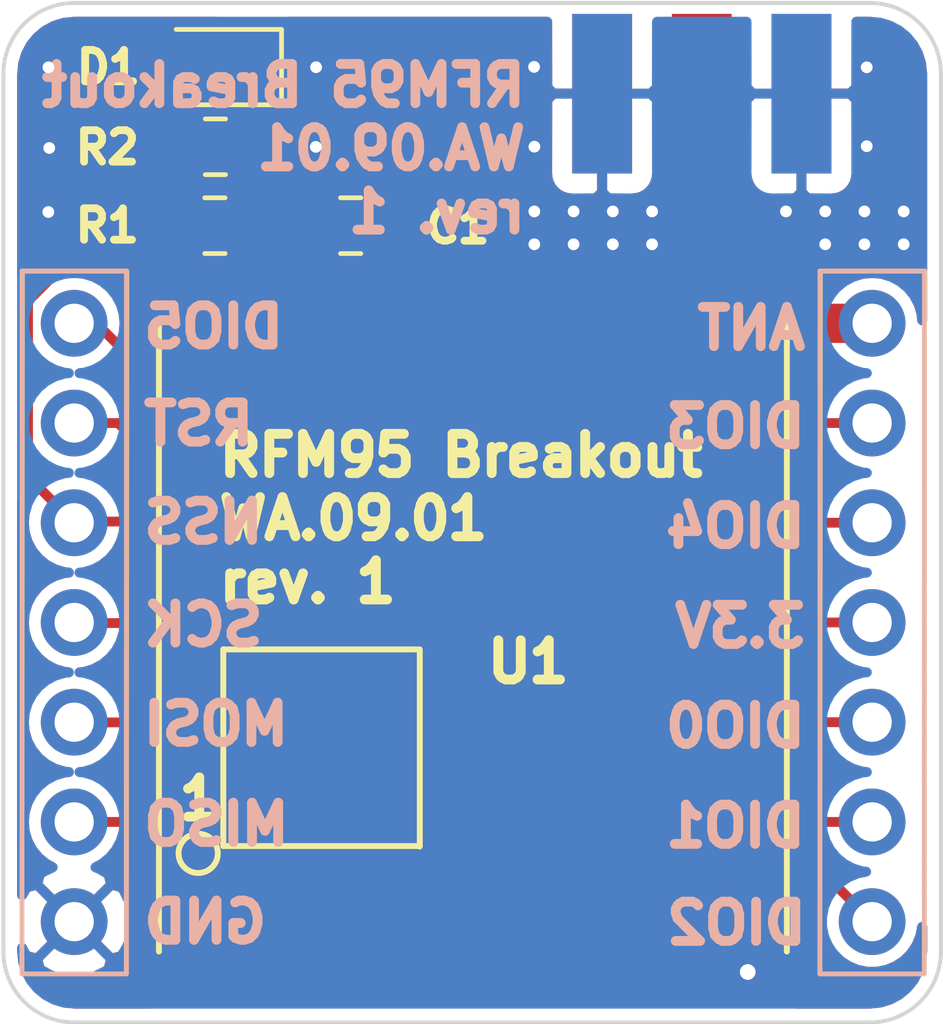
<source format=kicad_pcb>
(kicad_pcb (version 20171130) (host pcbnew "(5.1.4)-1")

  (general
    (thickness 1.6)
    (drawings 29)
    (tracks 95)
    (zones 0)
    (modules 10)
    (nets 16)
  )

  (page A4)
  (layers
    (0 F.Cu signal)
    (31 B.Cu signal)
    (32 B.Adhes user)
    (33 F.Adhes user)
    (34 B.Paste user)
    (35 F.Paste user)
    (36 B.SilkS user)
    (37 F.SilkS user)
    (38 B.Mask user)
    (39 F.Mask user)
    (40 Dwgs.User user)
    (41 Cmts.User user)
    (42 Eco1.User user)
    (43 Eco2.User user)
    (44 Edge.Cuts user)
    (45 Margin user)
    (46 B.CrtYd user)
    (47 F.CrtYd user)
    (48 B.Fab user)
    (49 F.Fab user)
  )

  (setup
    (last_trace_width 0.25)
    (user_trace_width 0.6)
    (user_trace_width 1)
    (trace_clearance 0.2)
    (zone_clearance 0.3)
    (zone_45_only no)
    (trace_min 0.2)
    (via_size 0.8)
    (via_drill 0.4)
    (via_min_size 0.4)
    (via_min_drill 0.3)
    (uvia_size 0.3)
    (uvia_drill 0.1)
    (uvias_allowed no)
    (uvia_min_size 0.2)
    (uvia_min_drill 0.1)
    (edge_width 0.1)
    (segment_width 0.1)
    (pcb_text_width 0.25)
    (pcb_text_size 1 1)
    (mod_edge_width 0.15)
    (mod_text_size 1 1)
    (mod_text_width 0.25)
    (pad_size 1.7 1.7)
    (pad_drill 1)
    (pad_to_mask_clearance 0.2)
    (solder_mask_min_width 0.25)
    (aux_axis_origin 0 0)
    (visible_elements 7FFFFFFF)
    (pcbplotparams
      (layerselection 0x010fc_ffffffff)
      (usegerberextensions true)
      (usegerberattributes false)
      (usegerberadvancedattributes false)
      (creategerberjobfile false)
      (excludeedgelayer true)
      (linewidth 0.100000)
      (plotframeref false)
      (viasonmask false)
      (mode 1)
      (useauxorigin false)
      (hpglpennumber 1)
      (hpglpenspeed 20)
      (hpglpendiameter 15.000000)
      (psnegative false)
      (psa4output false)
      (plotreference true)
      (plotvalue true)
      (plotinvisibletext false)
      (padsonsilk false)
      (subtractmaskfromsilk false)
      (outputformat 1)
      (mirror false)
      (drillshape 0)
      (scaleselection 1)
      (outputdirectory "gerber/"))
  )

  (net 0 "")
  (net 1 GND)
  (net 2 +3V3)
  (net 3 /MISO)
  (net 4 /MOSI)
  (net 5 /SCK)
  (net 6 /NSS)
  (net 7 /RST)
  (net 8 /DIO5)
  (net 9 /ANT)
  (net 10 /DIO3)
  (net 11 /DIO4)
  (net 12 /DIO0)
  (net 13 /DIO1)
  (net 14 /DIO2)
  (net 15 "Net-(D1-Pad2)")

  (net_class Default "This is the default net class."
    (clearance 0.2)
    (trace_width 0.25)
    (via_dia 0.8)
    (via_drill 0.4)
    (uvia_dia 0.3)
    (uvia_drill 0.1)
    (add_net +3V3)
    (add_net /ANT)
    (add_net /DIO0)
    (add_net /DIO1)
    (add_net /DIO2)
    (add_net /DIO3)
    (add_net /DIO4)
    (add_net /DIO5)
    (add_net /MISO)
    (add_net /MOSI)
    (add_net /NSS)
    (add_net /RST)
    (add_net /SCK)
    (add_net GND)
    (add_net "Net-(D1-Pad2)")
  )

  (module lib_fp:RFM95W (layer F.Cu) (tedit 55FF1E5D) (tstamp 5BCEC612)
    (at 128.1303 92.2782 90)
    (path /5DB34249)
    (attr smd)
    (fp_text reference U1 (at -0.6223 1.4097 180) (layer F.SilkS)
      (effects (font (size 1 1) (thickness 0.25)))
    )
    (fp_text value RFM95W (at 0 -9 90) (layer F.Fab)
      (effects (font (size 1 1) (thickness 0.25)))
    )
    (fp_line (start -8 -8) (end 8 -8) (layer F.SilkS) (width 0.15))
    (fp_line (start -8 8) (end 8 8) (layer F.SilkS) (width 0.15))
    (fp_circle (center -5.5 -7) (end -5.5 -6.5) (layer F.SilkS) (width 0.15))
    (pad 16 smd rect (at 8 -7 90) (size 2.5 1.2) (layers F.Cu F.Paste F.Mask)
      (net 14 /DIO2))
    (pad 15 smd rect (at 8 -5 90) (size 2.5 1.2) (layers F.Cu F.Paste F.Mask)
      (net 13 /DIO1))
    (pad 14 smd rect (at 8 -3 90) (size 2.5 1.2) (layers F.Cu F.Paste F.Mask)
      (net 12 /DIO0))
    (pad 13 smd rect (at 8 -1 90) (size 2.5 1.2) (layers F.Cu F.Paste F.Mask)
      (net 2 +3V3))
    (pad 12 smd rect (at 8 1 90) (size 2.5 1.2) (layers F.Cu F.Paste F.Mask)
      (net 11 /DIO4))
    (pad 11 smd rect (at 8 3 90) (size 2.5 1.2) (layers F.Cu F.Paste F.Mask)
      (net 10 /DIO3))
    (pad 10 smd rect (at 8 5 90) (size 2.5 1.2) (layers F.Cu F.Paste F.Mask)
      (net 1 GND))
    (pad 9 smd rect (at 8 7 90) (size 2.5 1.2) (layers F.Cu F.Paste F.Mask)
      (net 9 /ANT))
    (pad 8 smd rect (at -8 7 90) (size 2.5 1.2) (layers F.Cu F.Paste F.Mask)
      (net 1 GND))
    (pad 7 smd rect (at -8 5 90) (size 2.5 1.2) (layers F.Cu F.Paste F.Mask)
      (net 8 /DIO5))
    (pad 6 smd rect (at -8 3 90) (size 2.5 1.2) (layers F.Cu F.Paste F.Mask)
      (net 7 /RST))
    (pad 5 smd rect (at -8 1 90) (size 2.5 1.2) (layers F.Cu F.Paste F.Mask)
      (net 6 /NSS))
    (pad 4 smd rect (at -8 -1 90) (size 2.5 1.2) (layers F.Cu F.Paste F.Mask)
      (net 5 /SCK))
    (pad 3 smd rect (at -8 -3 90) (size 2.5 1.2) (layers F.Cu F.Paste F.Mask)
      (net 4 /MOSI))
    (pad 2 smd rect (at -8 -5 90) (size 2.5 1.2) (layers F.Cu F.Paste F.Mask)
      (net 3 /MISO))
    (pad 1 smd rect (at -8 -7 90) (size 2.5 1.2) (layers F.Cu F.Paste F.Mask)
      (net 1 GND))
    (model C:/Engineering/KiCAD_Libraries/3D/Modules/VRML/RFM95W.wrl
      (at (xyz 0 0 0))
      (scale (xyz 1 1 1))
      (rotate (xyz 0 0 0))
    )
    (model ${KIPRJMOD}/lib_3D/RFM9xW.step
      (offset (xyz 8 8 1))
      (scale (xyz 1 1 1))
      (rotate (xyz 0 0 180))
    )
  )

  (module lib_fp:Corner_45_20mm (layer F.Cu) (tedit 5BC2A809) (tstamp 5DB38791)
    (at 135.8773 80.2005 270)
    (path /5DB394E0)
    (fp_text reference FID2 (at 0.05 -0.92 90) (layer F.SilkS) hide
      (effects (font (size 1 1) (thickness 0.25)))
    )
    (fp_text value Angle_45 (at 0.0635 4.24688 90) (layer F.Fab)
      (effects (font (size 1 1) (thickness 0.25)))
    )
    (fp_arc (start 0 0) (end 0 2) (angle -45) (layer F.Cu) (width 1))
  )

  (module lib_fp:Corner_45_20mm (layer F.Cu) (tedit 5BC2A809) (tstamp 5DB3878C)
    (at 133.1468 83.1342 90)
    (path /5DB39002)
    (fp_text reference FID1 (at 0.05 -0.92 90) (layer F.SilkS) hide
      (effects (font (size 1 1) (thickness 0.25)))
    )
    (fp_text value Angle_45 (at 0.0635 4.24688 90) (layer F.Fab)
      (effects (font (size 1 1) (thickness 0.25)))
    )
    (fp_arc (start 0 0) (end 0 2) (angle -45) (layer F.Cu) (width 1))
  )

  (module Capacitor_SMD:C_0805_2012Metric (layer F.Cu) (tedit 5BC3373A) (tstamp 5BCEC584)
    (at 125.01626 81.79054 180)
    (descr "Capacitor SMD 0805 (2012 Metric), square (rectangular) end terminal, IPC_7351 nominal, (Body size source: https://docs.google.com/spreadsheets/d/1BsfQQcO9C6DZCsRaXUlFlo91Tg2WpOkGARC1WS5S8t0/edit?usp=sharing), generated with kicad-footprint-generator")
    (tags capacitor)
    (path /5BC27990)
    (attr smd)
    (fp_text reference C1 (at -2.72796 -0.02286 180) (layer F.SilkS)
      (effects (font (size 0.8 0.8) (thickness 0.2)))
    )
    (fp_text value 10uF (at 0 1.65 180) (layer F.Fab)
      (effects (font (size 1 1) (thickness 0.25)))
    )
    (fp_text user %R (at 0 0 180) (layer F.Fab)
      (effects (font (size 1 1) (thickness 0.25)))
    )
    (fp_line (start 1.68 0.95) (end -1.68 0.95) (layer F.CrtYd) (width 0.05))
    (fp_line (start 1.68 -0.95) (end 1.68 0.95) (layer F.CrtYd) (width 0.05))
    (fp_line (start -1.68 -0.95) (end 1.68 -0.95) (layer F.CrtYd) (width 0.05))
    (fp_line (start -1.68 0.95) (end -1.68 -0.95) (layer F.CrtYd) (width 0.05))
    (fp_line (start -0.258578 0.71) (end 0.258578 0.71) (layer F.SilkS) (width 0.12))
    (fp_line (start -0.258578 -0.71) (end 0.258578 -0.71) (layer F.SilkS) (width 0.12))
    (fp_line (start 1 0.6) (end -1 0.6) (layer F.Fab) (width 0.1))
    (fp_line (start 1 -0.6) (end 1 0.6) (layer F.Fab) (width 0.1))
    (fp_line (start -1 -0.6) (end 1 -0.6) (layer F.Fab) (width 0.1))
    (fp_line (start -1 0.6) (end -1 -0.6) (layer F.Fab) (width 0.1))
    (pad 2 smd roundrect (at 0.9375 0 180) (size 0.975 1.4) (layers F.Cu F.Paste F.Mask) (roundrect_rratio 0.25)
      (net 2 +3V3))
    (pad 1 smd roundrect (at -0.9375 0 180) (size 0.975 1.4) (layers F.Cu F.Paste F.Mask) (roundrect_rratio 0.25)
      (net 1 GND))
    (model ${KISYS3DMOD}/Capacitor_SMD.3dshapes/C_0805_2012Metric.wrl
      (at (xyz 0 0 0))
      (scale (xyz 1 1 1))
      (rotate (xyz 0 0 0))
    )
  )

  (module Resistor_SMD:R_0805_2012Metric (layer F.Cu) (tedit 5BC3375F) (tstamp 5C0B01AC)
    (at 121.55678 81.79054 180)
    (descr "Resistor SMD 0805 (2012 Metric), square (rectangular) end terminal, IPC_7351 nominal, (Body size source: https://docs.google.com/spreadsheets/d/1BsfQQcO9C6DZCsRaXUlFlo91Tg2WpOkGARC1WS5S8t0/edit?usp=sharing), generated with kicad-footprint-generator")
    (tags resistor)
    (path /5BC2924A)
    (attr smd)
    (fp_text reference R1 (at 2.7432 0.00254 180) (layer F.SilkS)
      (effects (font (size 0.8 0.8) (thickness 0.2)))
    )
    (fp_text value 10k (at 0 1.65 180) (layer F.Fab)
      (effects (font (size 1 1) (thickness 0.25)))
    )
    (fp_line (start -1 0.6) (end -1 -0.6) (layer F.Fab) (width 0.1))
    (fp_line (start -1 -0.6) (end 1 -0.6) (layer F.Fab) (width 0.1))
    (fp_line (start 1 -0.6) (end 1 0.6) (layer F.Fab) (width 0.1))
    (fp_line (start 1 0.6) (end -1 0.6) (layer F.Fab) (width 0.1))
    (fp_line (start -0.258578 -0.71) (end 0.258578 -0.71) (layer F.SilkS) (width 0.12))
    (fp_line (start -0.258578 0.71) (end 0.258578 0.71) (layer F.SilkS) (width 0.12))
    (fp_line (start -1.68 0.95) (end -1.68 -0.95) (layer F.CrtYd) (width 0.05))
    (fp_line (start -1.68 -0.95) (end 1.68 -0.95) (layer F.CrtYd) (width 0.05))
    (fp_line (start 1.68 -0.95) (end 1.68 0.95) (layer F.CrtYd) (width 0.05))
    (fp_line (start 1.68 0.95) (end -1.68 0.95) (layer F.CrtYd) (width 0.05))
    (fp_text user %R (at 0 0 180) (layer F.Fab)
      (effects (font (size 1 1) (thickness 0.25)))
    )
    (pad 1 smd roundrect (at -0.9375 0 180) (size 0.975 1.4) (layers F.Cu F.Paste F.Mask) (roundrect_rratio 0.25)
      (net 2 +3V3))
    (pad 2 smd roundrect (at 0.9375 0 180) (size 0.975 1.4) (layers F.Cu F.Paste F.Mask) (roundrect_rratio 0.25)
      (net 6 /NSS))
    (model ${KISYS3DMOD}/Resistor_SMD.3dshapes/R_0805_2012Metric.wrl
      (at (xyz 0 0 0))
      (scale (xyz 1 1 1))
      (rotate (xyz 0 0 0))
    )
  )

  (module LED_SMD:LED_0805_2012Metric (layer F.Cu) (tedit 5BC33745) (tstamp 5BDAC187)
    (at 121.56948 77.75194 180)
    (descr "LED SMD 0805 (2012 Metric), square (rectangular) end terminal, IPC_7351 nominal, (Body size source: https://docs.google.com/spreadsheets/d/1BsfQQcO9C6DZCsRaXUlFlo91Tg2WpOkGARC1WS5S8t0/edit?usp=sharing), generated with kicad-footprint-generator")
    (tags diode)
    (path /5BC3DBA4)
    (attr smd)
    (fp_text reference D1 (at 2.72796 -0.00254 180) (layer F.SilkS)
      (effects (font (size 0.8 0.8) (thickness 0.2)))
    )
    (fp_text value LED (at 0.03048 -0.03556 180) (layer F.Fab)
      (effects (font (size 0.8 0.8) (thickness 0.2)))
    )
    (fp_line (start 1 -0.6) (end -0.7 -0.6) (layer F.Fab) (width 0.1))
    (fp_line (start -0.7 -0.6) (end -1 -0.3) (layer F.Fab) (width 0.1))
    (fp_line (start -1 -0.3) (end -1 0.6) (layer F.Fab) (width 0.1))
    (fp_line (start -1 0.6) (end 1 0.6) (layer F.Fab) (width 0.1))
    (fp_line (start 1 0.6) (end 1 -0.6) (layer F.Fab) (width 0.1))
    (fp_line (start 1 -0.96) (end -1.685 -0.96) (layer F.SilkS) (width 0.12))
    (fp_line (start -1.685 -0.96) (end -1.685 0.96) (layer F.SilkS) (width 0.12))
    (fp_line (start -1.685 0.96) (end 1 0.96) (layer F.SilkS) (width 0.12))
    (fp_line (start -1.68 0.95) (end -1.68 -0.95) (layer F.CrtYd) (width 0.05))
    (fp_line (start -1.68 -0.95) (end 1.68 -0.95) (layer F.CrtYd) (width 0.05))
    (fp_line (start 1.68 -0.95) (end 1.68 0.95) (layer F.CrtYd) (width 0.05))
    (fp_line (start 1.68 0.95) (end -1.68 0.95) (layer F.CrtYd) (width 0.05))
    (fp_text user %R (at 0 0 180) (layer F.Fab)
      (effects (font (size 1 1) (thickness 0.25)))
    )
    (pad 1 smd roundrect (at -0.9375 0 180) (size 0.975 1.4) (layers F.Cu F.Paste F.Mask) (roundrect_rratio 0.25)
      (net 1 GND))
    (pad 2 smd roundrect (at 0.9375 0 180) (size 0.975 1.4) (layers F.Cu F.Paste F.Mask) (roundrect_rratio 0.25)
      (net 15 "Net-(D1-Pad2)"))
    (model ${KISYS3DMOD}/LED_SMD.3dshapes/LED_0805_2012Metric.wrl
      (at (xyz 0 0 0))
      (scale (xyz 1 1 1))
      (rotate (xyz 0 0 0))
    )
  )

  (module Resistor_SMD:R_0805_2012Metric (layer F.Cu) (tedit 5BC33751) (tstamp 5BDAC198)
    (at 121.56948 79.7814)
    (descr "Resistor SMD 0805 (2012 Metric), square (rectangular) end terminal, IPC_7351 nominal, (Body size source: https://docs.google.com/spreadsheets/d/1BsfQQcO9C6DZCsRaXUlFlo91Tg2WpOkGARC1WS5S8t0/edit?usp=sharing), generated with kicad-footprint-generator")
    (tags resistor)
    (path /5BC3DC52)
    (attr smd)
    (fp_text reference R2 (at -2.7559 0.01778) (layer F.SilkS)
      (effects (font (size 0.8 0.8) (thickness 0.2)))
    )
    (fp_text value 330 (at 0 1.65) (layer F.Fab)
      (effects (font (size 1 1) (thickness 0.25)))
    )
    (fp_line (start -1 0.6) (end -1 -0.6) (layer F.Fab) (width 0.1))
    (fp_line (start -1 -0.6) (end 1 -0.6) (layer F.Fab) (width 0.1))
    (fp_line (start 1 -0.6) (end 1 0.6) (layer F.Fab) (width 0.1))
    (fp_line (start 1 0.6) (end -1 0.6) (layer F.Fab) (width 0.1))
    (fp_line (start -0.258578 -0.71) (end 0.258578 -0.71) (layer F.SilkS) (width 0.12))
    (fp_line (start -0.258578 0.71) (end 0.258578 0.71) (layer F.SilkS) (width 0.12))
    (fp_line (start -1.68 0.95) (end -1.68 -0.95) (layer F.CrtYd) (width 0.05))
    (fp_line (start -1.68 -0.95) (end 1.68 -0.95) (layer F.CrtYd) (width 0.05))
    (fp_line (start 1.68 -0.95) (end 1.68 0.95) (layer F.CrtYd) (width 0.05))
    (fp_line (start 1.68 0.95) (end -1.68 0.95) (layer F.CrtYd) (width 0.05))
    (fp_text user %R (at 0 0) (layer F.Fab)
      (effects (font (size 1 1) (thickness 0.25)))
    )
    (pad 1 smd roundrect (at -0.9375 0) (size 0.975 1.4) (layers F.Cu F.Paste F.Mask) (roundrect_rratio 0.25)
      (net 15 "Net-(D1-Pad2)"))
    (pad 2 smd roundrect (at 0.9375 0) (size 0.975 1.4) (layers F.Cu F.Paste F.Mask) (roundrect_rratio 0.25)
      (net 2 +3V3))
    (model ${KISYS3DMOD}/Resistor_SMD.3dshapes/R_0805_2012Metric.wrl
      (at (xyz 0 0 0))
      (scale (xyz 1 1 1))
      (rotate (xyz 0 0 0))
    )
  )

  (module lib_fp:Connector_Coaxial_SMA_edge_clear (layer F.Cu) (tedit 5BC2BD94) (tstamp 5C0B065A)
    (at 133.96214 78.42758 180)
    (path /5BC28DAD)
    (fp_text reference J3 (at 0.04064 -1.45542) (layer F.SilkS) hide
      (effects (font (size 0.8 0.8) (thickness 0.2)))
    )
    (fp_text value Conn_Coaxial (at 2.7559 -3.46202 180) (layer F.SilkS) hide
      (effects (font (size 0.8 0.8) (thickness 0.2)))
    )
    (pad 1 smd rect (at 0 0 180) (size 1.524 4.064) (layers F.Cu F.Paste F.Mask)
      (net 9 /ANT))
    (pad 2 smd rect (at -2.54 0 180) (size 1.524 4.064) (layers F.Cu F.Paste F.Mask)
      (net 1 GND))
    (pad 2 smd rect (at 2.54 0 180) (size 1.524 4.064) (layers F.Cu F.Paste F.Mask)
      (net 1 GND))
    (pad 2 smd rect (at -2.54 0 180) (size 1.524 4.064) (layers B.Cu B.Paste B.Mask)
      (net 1 GND))
    (pad 2 smd rect (at 2.54 0 180) (size 1.524 4.064) (layers B.Cu B.Paste B.Mask)
      (net 1 GND))
    (model ${KIPRJMOD}/lib_3D/Connector_Coaxial_SMA_edge_clear.wrl
      (at (xyz 0 0 0))
      (scale (xyz 1 1 1))
      (rotate (xyz 0 0 0))
    )
    (model ${KIPRJMOD}/lib_3D/Connector_Coaxial_SMA_edge_clear.step
      (offset (xyz 0 -2.2 -0.88))
      (scale (xyz 1 1 1))
      (rotate (xyz -90 0 0))
    )
  )

  (module lib_fp:PinHeader_1x07_P2.54mm_Vertical_2 (layer B.Cu) (tedit 5BC2CF9D) (tstamp 5C23BB46)
    (at 117.9703 99.5172)
    (descr "Through hole straight pin header, 1x07, 2.54mm pitch, single row")
    (tags "Through hole pin header THT 1x07 2.54mm single row")
    (path /5BC2D76F)
    (fp_text reference J1 (at 2.0447 -2.3622) (layer B.SilkS) hide
      (effects (font (size 1 1) (thickness 0.25)) (justify mirror))
    )
    (fp_text value Conn_01x07 (at 5.9817 -12.0777) (layer B.Fab)
      (effects (font (size 1 1) (thickness 0.25)) (justify mirror))
    )
    (fp_line (start -1.33 1.33) (end 1.33 1.33) (layer B.SilkS) (width 0.12))
    (fp_line (start -1.33 -16.57) (end 1.33 -16.57) (layer F.SilkS) (width 0.12))
    (fp_line (start -1.33 1.33) (end -1.32 -16.57) (layer F.SilkS) (width 0.12))
    (fp_line (start 1.33 1.33) (end 1.34 -16.57) (layer F.SilkS) (width 0.12))
    (fp_line (start -1.33 1.33) (end 1.33 1.33) (layer F.SilkS) (width 0.12))
    (fp_text user %R (at 0 -7.62 -90) (layer B.Fab)
      (effects (font (size 1 1) (thickness 0.25)) (justify mirror))
    )
    (fp_line (start 1.8 1.8) (end -1.8 1.8) (layer B.CrtYd) (width 0.05))
    (fp_line (start 1.8 -17.05) (end 1.8 1.8) (layer B.CrtYd) (width 0.05))
    (fp_line (start -1.8 -17.05) (end 1.8 -17.05) (layer B.CrtYd) (width 0.05))
    (fp_line (start -1.8 1.8) (end -1.8 -17.05) (layer B.CrtYd) (width 0.05))
    (fp_line (start 1.33 1.33) (end 1.33 -16.57) (layer B.SilkS) (width 0.12))
    (fp_line (start -1.33 1.33) (end -1.33 -16.57) (layer B.SilkS) (width 0.12))
    (fp_line (start -1.33 -16.57) (end 1.33 -16.57) (layer B.SilkS) (width 0.12))
    (fp_line (start -1.27 0.635) (end -0.635 1.27) (layer B.Fab) (width 0.1))
    (fp_line (start -1.27 -16.51) (end -1.27 0.635) (layer B.Fab) (width 0.1))
    (fp_line (start 1.27 -16.51) (end -1.27 -16.51) (layer B.Fab) (width 0.1))
    (fp_line (start 1.27 1.27) (end 1.27 -16.51) (layer B.Fab) (width 0.1))
    (fp_line (start -0.635 1.27) (end 1.27 1.27) (layer B.Fab) (width 0.1))
    (pad 7 thru_hole oval (at 0 -15.24) (size 1.7 1.7) (drill 1) (layers *.Cu *.Mask)
      (net 8 /DIO5))
    (pad 6 thru_hole oval (at 0 -12.7) (size 1.7 1.7) (drill 1) (layers *.Cu *.Mask)
      (net 7 /RST))
    (pad 5 thru_hole oval (at 0 -10.16) (size 1.7 1.7) (drill 1) (layers *.Cu *.Mask)
      (net 6 /NSS))
    (pad 4 thru_hole oval (at 0 -7.62) (size 1.7 1.7) (drill 1) (layers *.Cu *.Mask)
      (net 5 /SCK))
    (pad 3 thru_hole oval (at 0 -5.08) (size 1.7 1.7) (drill 1) (layers *.Cu *.Mask)
      (net 4 /MOSI))
    (pad 2 thru_hole oval (at 0 -2.54) (size 1.7 1.7) (drill 1) (layers *.Cu *.Mask)
      (net 3 /MISO))
    (pad 1 thru_hole circle (at 0 0) (size 1.7 1.7) (drill 1) (layers *.Cu *.Mask)
      (net 1 GND))
    (model ${KISYS3DMOD}/Connector_PinHeader_2.54mm.3dshapes/PinHeader_1x07_P2.54mm_Vertical.wrl
      (at (xyz 0 0 0))
      (scale (xyz 1 1 1))
      (rotate (xyz 0 0 0))
    )
  )

  (module lib_fp:PinHeader_1x07_P2.54mm_Vertical_2 (layer B.Cu) (tedit 5BC2D02E) (tstamp 5C23BCB9)
    (at 138.303 99.5172)
    (descr "Through hole straight pin header, 1x07, 2.54mm pitch, single row")
    (tags "Through hole pin header THT 1x07 2.54mm single row")
    (path /5BC2D860)
    (fp_text reference J2 (at -2.0955 -2.2352) (layer B.SilkS) hide
      (effects (font (size 1 1) (thickness 0.25)) (justify mirror))
    )
    (fp_text value Conn_01x07 (at -4.41706 -17.39138) (layer B.Fab)
      (effects (font (size 1 1) (thickness 0.25)) (justify mirror))
    )
    (fp_line (start -1.33 1.33) (end 1.33 1.33) (layer B.SilkS) (width 0.12))
    (fp_line (start -1.33 -16.57) (end 1.33 -16.57) (layer F.SilkS) (width 0.12))
    (fp_line (start -1.33 1.33) (end -1.32 -16.57) (layer F.SilkS) (width 0.12))
    (fp_line (start 1.33 1.33) (end 1.34 -16.57) (layer F.SilkS) (width 0.12))
    (fp_line (start -1.33 1.33) (end 1.33 1.33) (layer F.SilkS) (width 0.12))
    (fp_text user %R (at 0 -7.62 -90) (layer B.Fab)
      (effects (font (size 1 1) (thickness 0.25)) (justify mirror))
    )
    (fp_line (start 1.8 1.8) (end -1.8 1.8) (layer B.CrtYd) (width 0.05))
    (fp_line (start 1.8 -17.05) (end 1.8 1.8) (layer B.CrtYd) (width 0.05))
    (fp_line (start -1.8 -17.05) (end 1.8 -17.05) (layer B.CrtYd) (width 0.05))
    (fp_line (start -1.8 1.8) (end -1.8 -17.05) (layer B.CrtYd) (width 0.05))
    (fp_line (start 1.33 1.33) (end 1.33 -16.57) (layer B.SilkS) (width 0.12))
    (fp_line (start -1.33 1.33) (end -1.33 -16.57) (layer B.SilkS) (width 0.12))
    (fp_line (start -1.33 -16.57) (end 1.33 -16.57) (layer B.SilkS) (width 0.12))
    (fp_line (start -1.27 0.635) (end -0.635 1.27) (layer B.Fab) (width 0.1))
    (fp_line (start -1.27 -16.51) (end -1.27 0.635) (layer B.Fab) (width 0.1))
    (fp_line (start 1.27 -16.51) (end -1.27 -16.51) (layer B.Fab) (width 0.1))
    (fp_line (start 1.27 1.27) (end 1.27 -16.51) (layer B.Fab) (width 0.1))
    (fp_line (start -0.635 1.27) (end 1.27 1.27) (layer B.Fab) (width 0.1))
    (pad 7 thru_hole oval (at 0 -15.24) (size 1.7 1.7) (drill 1) (layers *.Cu *.Mask)
      (net 9 /ANT))
    (pad 6 thru_hole oval (at 0 -12.7) (size 1.7 1.7) (drill 1) (layers *.Cu *.Mask)
      (net 10 /DIO3))
    (pad 5 thru_hole oval (at 0 -10.16) (size 1.7 1.7) (drill 1) (layers *.Cu *.Mask)
      (net 11 /DIO4))
    (pad 4 thru_hole oval (at 0 -7.62) (size 1.7 1.7) (drill 1) (layers *.Cu *.Mask)
      (net 2 +3V3))
    (pad 3 thru_hole oval (at 0 -5.08) (size 1.7 1.7) (drill 1) (layers *.Cu *.Mask)
      (net 12 /DIO0))
    (pad 2 thru_hole oval (at 0 -2.54) (size 1.7 1.7) (drill 1) (layers *.Cu *.Mask)
      (net 13 /DIO1))
    (pad 1 thru_hole circle (at 0 0) (size 1.7 1.7) (drill 1) (layers *.Cu *.Mask)
      (net 14 /DIO2))
    (model ${KISYS3DMOD}/Connector_PinHeader_2.54mm.3dshapes/PinHeader_1x07_P2.54mm_Vertical.wrl
      (at (xyz 0 0 0))
      (scale (xyz 1 1 1))
      (rotate (xyz 0 0 0))
    )
  )

  (gr_text "RFM95 Breakout\nWA.09.01\nrev. 1" (at 129.5908 79.8322) (layer B.SilkS) (tstamp 5C2FC3B2)
    (effects (font (size 1 1) (thickness 0.25)) (justify left mirror))
  )
  (gr_text "RFM95 Breakout\nWA.09.01\nrev. 1" (at 121.54154 89.25306) (layer F.SilkS)
    (effects (font (size 1 1) (thickness 0.25)) (justify left))
  )
  (gr_text DIO2 (at 134.84606 99.55784) (layer B.SilkS)
    (effects (font (size 1 1) (thickness 0.25)) (justify mirror))
  )
  (gr_text DIO1 (at 132.9182 97.08642) (layer B.SilkS)
    (effects (font (size 1 1) (thickness 0.25)) (justify right mirror))
  )
  (gr_text DIO0 (at 132.9182 94.54134) (layer B.SilkS)
    (effects (font (size 1 1) (thickness 0.25)) (justify right mirror))
  )
  (gr_text 3.3V (at 133.156295 91.99626) (layer B.SilkS)
    (effects (font (size 1 1) (thickness 0.25)) (justify right mirror))
  )
  (gr_text DIO4 (at 132.9182 89.45372) (layer B.SilkS)
    (effects (font (size 1 1) (thickness 0.25)) (justify right mirror))
  )
  (gr_text DIO3 (at 132.9182 86.90864) (layer B.SilkS)
    (effects (font (size 1 1) (thickness 0.25)) (justify right mirror))
  )
  (gr_text ANT (at 133.727723 84.40928) (layer B.SilkS)
    (effects (font (size 1 1) (thickness 0.25)) (justify right mirror))
  )
  (gr_text GND (at 122.9995 99.5299) (layer B.SilkS)
    (effects (font (size 1 1) (thickness 0.25)) (justify left mirror))
  )
  (gr_text MISO (at 123.570929 97.03816) (layer B.SilkS)
    (effects (font (size 1 1) (thickness 0.25)) (justify left mirror))
  )
  (gr_text MOSI (at 123.557429 94.49054) (layer B.SilkS)
    (effects (font (size 1 1) (thickness 0.25)) (justify left mirror))
  )
  (gr_text SCK (at 122.904262 91.9607) (layer B.SilkS)
    (effects (font (size 1 1) (thickness 0.25)) (justify left mirror))
  )
  (gr_text NSS (at 122.904262 89.3445) (layer B.SilkS)
    (effects (font (size 1 1) (thickness 0.25)) (justify left mirror))
  )
  (gr_text RST (at 122.666167 86.8426) (layer B.SilkS)
    (effects (font (size 1 1) (thickness 0.25)) (justify left mirror))
  )
  (gr_text DIO5 (at 123.428071 84.36864) (layer B.SilkS)
    (effects (font (size 1 1) (thickness 0.25)) (justify left mirror))
  )
  (gr_line (start 121.7676 92.583) (end 126.77648 92.583) (layer F.SilkS) (width 0.15) (tstamp 5C0AF562))
  (gr_line (start 126.77648 97.60458) (end 126.77648 92.5957) (layer F.SilkS) (width 0.15) (tstamp 5C0AF561))
  (gr_line (start 126.77902 97.59188) (end 121.77014 97.59188) (layer F.SilkS) (width 0.15) (tstamp 5C0AF559))
  (gr_line (start 121.77014 92.583) (end 121.77014 97.59188) (layer F.SilkS) (width 0.15))
  (gr_text 1 (at 121.158 96.393) (layer F.SilkS)
    (effects (font (size 1 1) (thickness 0.25)))
  )
  (gr_arc (start 117.9703 77.92212) (end 117.9703 76.11872) (angle -90) (layer Edge.Cuts) (width 0.1) (tstamp 5BFEDB09))
  (gr_arc (start 138.2522 77.92212) (end 140.0556 77.92212) (angle -90) (layer Edge.Cuts) (width 0.1) (tstamp 5BFEDACD))
  (gr_arc (start 138.2522 100.2792) (end 138.2522 102.0826) (angle -90) (layer Edge.Cuts) (width 0.1) (tstamp 5BFEDAB6))
  (gr_arc (start 117.9703 100.2792) (end 116.1669 100.2792) (angle -90) (layer Edge.Cuts) (width 0.1))
  (gr_line (start 138.2522 76.11872) (end 117.9703 76.11872) (layer Edge.Cuts) (width 0.1))
  (gr_line (start 140.0556 100.2792) (end 140.0556 77.92212) (layer Edge.Cuts) (width 0.1))
  (gr_line (start 117.9703 102.0826) (end 138.2522 102.0826) (layer Edge.Cuts) (width 0.1) (tstamp 5BFED8D7))
  (gr_line (start 116.1669 77.92212) (end 116.1669 100.2792) (layer Edge.Cuts) (width 0.1))

  (segment (start 135.1303 100.2782) (end 135.153398 100.301298) (width 0.25) (layer F.Cu) (net 1))
  (segment (start 135.153398 100.301298) (end 135.153398 100.30968) (width 0.25) (layer F.Cu) (net 1))
  (via (at 135.13308 100.7999) (size 0.8) (drill 0.4) (layers F.Cu B.Cu) (net 1))
  (via (at 129.69596 81.42732) (size 0.6) (drill 0.3) (layers F.Cu B.Cu) (net 1) (tstamp 5C0B042D))
  (via (at 130.69596 81.42732) (size 0.6) (drill 0.3) (layers F.Cu B.Cu) (net 1) (tstamp 5C0B042E))
  (via (at 131.69596 81.42732) (size 0.6) (drill 0.3) (layers F.Cu B.Cu) (net 1) (tstamp 5C0B042F))
  (via (at 132.69596 81.42732) (size 0.6) (drill 0.3) (layers F.Cu B.Cu) (net 1) (tstamp 5C0B0430))
  (via (at 136.10744 81.42732) (size 0.6) (drill 0.3) (layers F.Cu B.Cu) (net 1) (tstamp 5C0B0433))
  (via (at 137.10744 81.42732) (size 0.6) (drill 0.3) (layers F.Cu B.Cu) (net 1) (tstamp 5C0B0434))
  (via (at 138.10744 81.42732) (size 0.6) (drill 0.3) (layers F.Cu B.Cu) (net 1) (tstamp 5C0B0435))
  (via (at 139.10744 81.42732) (size 0.6) (drill 0.3) (layers F.Cu B.Cu) (net 1) (tstamp 5C0B0436))
  (via (at 129.69596 82.26476) (size 0.6) (drill 0.3) (layers F.Cu B.Cu) (net 1) (tstamp 5C0B043A))
  (via (at 130.69596 82.26476) (size 0.6) (drill 0.3) (layers F.Cu B.Cu) (net 1) (tstamp 5C0B043B))
  (via (at 131.69596 82.26476) (size 0.6) (drill 0.3) (layers F.Cu B.Cu) (net 1) (tstamp 5C0B043C))
  (via (at 132.69596 82.26476) (size 0.6) (drill 0.3) (layers F.Cu B.Cu) (net 1) (tstamp 5C0B043D))
  (via (at 137.10744 82.26476) (size 0.6) (drill 0.3) (layers F.Cu B.Cu) (net 1) (tstamp 5C0B0441))
  (via (at 138.10744 82.26476) (size 0.6) (drill 0.3) (layers F.Cu B.Cu) (net 1) (tstamp 5C0B0442))
  (via (at 139.10744 82.26476) (size 0.6) (drill 0.3) (layers F.Cu B.Cu) (net 1) (tstamp 5C0B0443))
  (via (at 117.31244 81.44256) (size 0.6) (drill 0.3) (layers F.Cu B.Cu) (net 1) (tstamp 5C0B087F))
  (via (at 117.31498 77.75702) (size 0.6) (drill 0.3) (layers F.Cu B.Cu) (net 1) (tstamp 5C0B0895))
  (via (at 124.13488 77.75448) (size 0.6) (drill 0.3) (layers F.Cu B.Cu) (net 1) (tstamp 5C0B0899))
  (via (at 124.12726 79.78394) (size 0.6) (drill 0.3) (layers F.Cu B.Cu) (net 1) (tstamp 5C0B089B))
  (via (at 129.69748 79.77886) (size 0.6) (drill 0.3) (layers F.Cu B.Cu) (net 1) (tstamp 5C0B089E))
  (via (at 129.68986 77.74686) (size 0.6) (drill 0.3) (layers F.Cu B.Cu) (net 1) (tstamp 5C0B08A0))
  (via (at 138.16584 79.76616) (size 0.6) (drill 0.3) (layers F.Cu B.Cu) (net 1) (tstamp 5C0B08B4))
  (via (at 138.16584 77.75702) (size 0.6) (drill 0.3) (layers F.Cu B.Cu) (net 1) (tstamp 5C0B08B5))
  (via (at 117.3353 79.81188) (size 0.6) (drill 0.3) (layers F.Cu B.Cu) (net 1) (tstamp 5C23C7AD))
  (segment (start 137.100919 91.8972) (end 138.303 91.8972) (width 0.25) (layer F.Cu) (net 2))
  (segment (start 134.15264 91.8972) (end 137.100919 91.8972) (width 0.25) (layer F.Cu) (net 2))
  (segment (start 127.1303 84.2782) (end 127.1303 84.87486) (width 0.25) (layer F.Cu) (net 2))
  (segment (start 127.1303 84.87486) (end 134.15264 91.8972) (width 0.25) (layer F.Cu) (net 2))
  (segment (start 122.50698 81.77784) (end 122.49428 81.79054) (width 0.25) (layer F.Cu) (net 2))
  (segment (start 122.50698 79.7814) (end 122.50698 81.77784) (width 0.25) (layer F.Cu) (net 2))
  (segment (start 122.49428 81.79054) (end 124.07876 81.79054) (width 0.25) (layer F.Cu) (net 2))
  (segment (start 127.1303 83.7782) (end 127.1303 84.2782) (width 0.25) (layer F.Cu) (net 2))
  (segment (start 126.16765 82.81555) (end 127.1303 83.7782) (width 0.25) (layer F.Cu) (net 2))
  (segment (start 125.10377 82.81555) (end 126.16765 82.81555) (width 0.25) (layer F.Cu) (net 2))
  (segment (start 124.07876 81.79054) (end 125.10377 82.81555) (width 0.25) (layer F.Cu) (net 2))
  (segment (start 123.1303 99.7782) (end 123.1303 100.2782) (width 0.25) (layer F.Cu) (net 3))
  (segment (start 120.3293 96.9772) (end 123.1303 99.7782) (width 0.25) (layer F.Cu) (net 3))
  (segment (start 117.9703 96.9772) (end 120.3293 96.9772) (width 0.25) (layer F.Cu) (net 3))
  (segment (start 125.1303 99.7782) (end 125.1303 100.2782) (width 0.25) (layer F.Cu) (net 4))
  (segment (start 119.79438 94.44228) (end 125.1303 99.7782) (width 0.25) (layer F.Cu) (net 4))
  (segment (start 117.9703 94.4372) (end 117.97538 94.44228) (width 0.25) (layer F.Cu) (net 4))
  (segment (start 117.97538 94.44228) (end 119.79438 94.44228) (width 0.25) (layer F.Cu) (net 4))
  (segment (start 127.1303 99.12426) (end 127.1303 100.2782) (width 0.25) (layer F.Cu) (net 5))
  (segment (start 119.91848 91.91244) (end 127.1303 99.12426) (width 0.25) (layer F.Cu) (net 5))
  (segment (start 117.9703 91.8972) (end 117.98554 91.91244) (width 0.25) (layer F.Cu) (net 5))
  (segment (start 117.98554 91.91244) (end 119.91848 91.91244) (width 0.25) (layer F.Cu) (net 5))
  (segment (start 117.120301 88.507201) (end 117.9703 89.3572) (width 0.25) (layer F.Cu) (net 6))
  (segment (start 116.795299 88.182199) (end 117.120301 88.507201) (width 0.25) (layer F.Cu) (net 6))
  (segment (start 116.795299 83.713199) (end 116.795299 88.182199) (width 0.25) (layer F.Cu) (net 6))
  (segment (start 129.1303 98.7265) (end 129.1303 100.2782) (width 0.25) (layer F.Cu) (net 6))
  (segment (start 119.73052 89.32672) (end 129.1303 98.7265) (width 0.25) (layer F.Cu) (net 6))
  (segment (start 117.9703 89.3572) (end 118.00078 89.32672) (width 0.25) (layer F.Cu) (net 6))
  (segment (start 118.00078 89.32672) (end 119.73052 89.32672) (width 0.25) (layer F.Cu) (net 6))
  (segment (start 118.717958 81.79054) (end 116.795299 83.713199) (width 0.25) (layer F.Cu) (net 6))
  (segment (start 120.61928 81.79054) (end 118.717958 81.79054) (width 0.25) (layer F.Cu) (net 6))
  (segment (start 131.1303 98.85706) (end 131.1303 100.2782) (width 0.25) (layer F.Cu) (net 7))
  (segment (start 117.9703 86.8172) (end 119.09044 86.8172) (width 0.25) (layer F.Cu) (net 7))
  (segment (start 119.09044 86.8172) (end 131.1303 98.85706) (width 0.25) (layer F.Cu) (net 7))
  (segment (start 133.1303 99.7782) (end 133.1303 100.2782) (width 0.25) (layer F.Cu) (net 8))
  (segment (start 133.1303 98.87078) (end 133.1303 99.7782) (width 0.25) (layer F.Cu) (net 8))
  (segment (start 117.9703 84.2772) (end 118.53672 84.2772) (width 0.25) (layer F.Cu) (net 8))
  (segment (start 122.56516 88.30564) (end 122.31116 88.05164) (width 0.25) (layer F.Cu) (net 8))
  (segment (start 122.56516 88.30564) (end 133.1303 98.87078) (width 0.25) (layer F.Cu) (net 8))
  (segment (start 118.53672 84.2772) (end 122.56516 88.30564) (width 0.25) (layer F.Cu) (net 8))
  (segment (start 138.302 84.2782) (end 138.303 84.2772) (width 1) (layer F.Cu) (net 9))
  (segment (start 135.1303 84.2782) (end 138.302 84.2782) (width 1) (layer F.Cu) (net 9))
  (segment (start 133.9342 78.3971) (end 133.9342 81.00568) (width 0.25) (layer F.Cu) (net 9))
  (segment (start 133.96214 78.42758) (end 133.96214 81.35874) (width 0.25) (layer F.Cu) (net 9))
  (segment (start 135.1303 82.5269) (end 135.1303 84.2782) (width 0.25) (layer F.Cu) (net 9))
  (segment (start 133.95198 81.27492) (end 135.12014 82.44308) (width 0.25) (layer F.Cu) (net 9))
  (segment (start 137.100919 86.8172) (end 138.303 86.8172) (width 0.25) (layer F.Cu) (net 10))
  (segment (start 133.1693 86.8172) (end 137.100919 86.8172) (width 0.25) (layer F.Cu) (net 10))
  (segment (start 131.1303 84.7782) (end 133.1693 86.8172) (width 0.25) (layer F.Cu) (net 10))
  (segment (start 131.1303 84.2782) (end 131.1303 84.7782) (width 0.25) (layer F.Cu) (net 10))
  (segment (start 137.100919 89.3572) (end 138.303 89.3572) (width 0.25) (layer F.Cu) (net 11))
  (segment (start 133.7093 89.3572) (end 137.100919 89.3572) (width 0.25) (layer F.Cu) (net 11))
  (segment (start 129.1303 84.7782) (end 133.7093 89.3572) (width 0.25) (layer F.Cu) (net 11))
  (segment (start 129.1303 84.2782) (end 129.1303 84.7782) (width 0.25) (layer F.Cu) (net 11))
  (segment (start 137.100919 94.4372) (end 138.303 94.4372) (width 0.25) (layer F.Cu) (net 12))
  (segment (start 134.69112 94.4372) (end 137.100919 94.4372) (width 0.25) (layer F.Cu) (net 12))
  (segment (start 125.1303 84.2782) (end 125.1303 84.87638) (width 0.25) (layer F.Cu) (net 12))
  (segment (start 125.1303 84.87638) (end 134.69112 94.4372) (width 0.25) (layer F.Cu) (net 12))
  (segment (start 137.100919 96.9772) (end 138.303 96.9772) (width 0.25) (layer F.Cu) (net 13))
  (segment (start 135.31088 96.9772) (end 137.100919 96.9772) (width 0.25) (layer F.Cu) (net 13))
  (segment (start 123.1303 84.2782) (end 123.1303 84.79662) (width 0.25) (layer F.Cu) (net 13))
  (segment (start 123.1303 84.79662) (end 135.31088 96.9772) (width 0.25) (layer F.Cu) (net 13))
  (segment (start 137.453001 98.667201) (end 138.303 99.5172) (width 0.25) (layer F.Cu) (net 14))
  (segment (start 135.019681 98.667201) (end 137.453001 98.667201) (width 0.25) (layer F.Cu) (net 14))
  (segment (start 121.1303 84.2782) (end 121.1303 84.77782) (width 0.25) (layer F.Cu) (net 14))
  (segment (start 121.1303 84.77782) (end 135.019681 98.667201) (width 0.25) (layer F.Cu) (net 14))
  (segment (start 120.40592 79.58074) (end 120.44148 79.6163) (width 0.25) (layer F.Cu) (net 15))
  (segment (start 120.63198 77.75194) (end 120.63198 79.7814) (width 0.25) (layer F.Cu) (net 15))

  (zone (net 1) (net_name GND) (layer F.Cu) (tstamp 5BCC5ABE) (hatch edge 0.508)
    (connect_pads (clearance 0.3))
    (min_thickness 0.254)
    (fill yes (arc_segments 16) (thermal_gap 0.508) (thermal_bridge_width 0.255))
    (polygon
      (pts
        (xy 116.08054 76.05776) (xy 116.11864 102.12832) (xy 140.11148 102.12832) (xy 140.1064 76.04252)
      )
    )
    (filled_polygon
      (pts
        (xy 116.749147 88.916692) (xy 116.749152 88.916696) (xy 116.764737 88.932281) (xy 116.711778 89.106864) (xy 116.687122 89.3572)
        (xy 116.711778 89.607536) (xy 116.784798 89.848251) (xy 116.903376 90.070096) (xy 117.062956 90.264544) (xy 117.257404 90.424124)
        (xy 117.479249 90.542702) (xy 117.719964 90.615722) (xy 117.836502 90.6272) (xy 117.719964 90.638678) (xy 117.479249 90.711698)
        (xy 117.257404 90.830276) (xy 117.062956 90.989856) (xy 116.903376 91.184304) (xy 116.784798 91.406149) (xy 116.711778 91.646864)
        (xy 116.687122 91.8972) (xy 116.711778 92.147536) (xy 116.784798 92.388251) (xy 116.903376 92.610096) (xy 117.062956 92.804544)
        (xy 117.257404 92.964124) (xy 117.479249 93.082702) (xy 117.719964 93.155722) (xy 117.836502 93.1672) (xy 117.719964 93.178678)
        (xy 117.479249 93.251698) (xy 117.257404 93.370276) (xy 117.062956 93.529856) (xy 116.903376 93.724304) (xy 116.784798 93.946149)
        (xy 116.711778 94.186864) (xy 116.687122 94.4372) (xy 116.711778 94.687536) (xy 116.784798 94.928251) (xy 116.903376 95.150096)
        (xy 117.062956 95.344544) (xy 117.257404 95.504124) (xy 117.479249 95.622702) (xy 117.719964 95.695722) (xy 117.836502 95.7072)
        (xy 117.719964 95.718678) (xy 117.479249 95.791698) (xy 117.257404 95.910276) (xy 117.062956 96.069856) (xy 116.903376 96.264304)
        (xy 116.784798 96.486149) (xy 116.711778 96.726864) (xy 116.687122 96.9772) (xy 116.711778 97.227536) (xy 116.784798 97.468251)
        (xy 116.903376 97.690096) (xy 117.062956 97.884544) (xy 117.257404 98.044124) (xy 117.422528 98.132384) (xy 117.190208 98.245163)
        (xy 117.09362 98.309703) (xy 117.027773 98.573966) (xy 117.9703 99.516493) (xy 118.912827 98.573966) (xy 118.84698 98.309703)
        (xy 118.594564 98.161873) (xy 118.514675 98.1342) (xy 118.683196 98.044124) (xy 118.877644 97.884544) (xy 119.037224 97.690096)
        (xy 119.123224 97.5292) (xy 120.100656 97.5292) (xy 120.96461 98.393155) (xy 120.5303 98.390128) (xy 120.405818 98.402388)
        (xy 120.28612 98.438698) (xy 120.175806 98.497663) (xy 120.079115 98.577015) (xy 119.999763 98.673706) (xy 119.940798 98.78402)
        (xy 119.904488 98.903718) (xy 119.892228 99.0282) (xy 119.8953 100.11895) (xy 120.05405 100.2777) (xy 121.1298 100.2777)
        (xy 121.1298 100.2577) (xy 121.1308 100.2577) (xy 121.1308 100.2777) (xy 121.1508 100.2777) (xy 121.1508 100.2787)
        (xy 121.1308 100.2787) (xy 121.1308 100.2987) (xy 121.1298 100.2987) (xy 121.1298 100.2787) (xy 120.05405 100.2787)
        (xy 119.8953 100.43745) (xy 119.892228 101.5282) (xy 119.899851 101.6056) (xy 117.993634 101.6056) (xy 117.713109 101.578095)
        (xy 117.465721 101.503403) (xy 117.237549 101.382082) (xy 117.037284 101.21875) (xy 116.872562 101.019635) (xy 116.74965 100.792314)
        (xy 116.673232 100.545449) (xy 116.664297 100.460434) (xy 117.027773 100.460434) (xy 117.09362 100.724697) (xy 117.346036 100.872527)
        (xy 117.622442 100.968273) (xy 117.912217 101.008255) (xy 118.204224 100.990936) (xy 118.48724 100.916983) (xy 118.750392 100.789237)
        (xy 118.84698 100.724697) (xy 118.912827 100.460434) (xy 117.9703 99.517907) (xy 117.027773 100.460434) (xy 116.664297 100.460434)
        (xy 116.6439 100.266372) (xy 116.6439 100.185306) (xy 116.698263 100.297292) (xy 116.762803 100.39388) (xy 117.027066 100.459727)
        (xy 117.969593 99.5172) (xy 117.971007 99.5172) (xy 118.913534 100.459727) (xy 119.177797 100.39388) (xy 119.325627 100.141464)
        (xy 119.421373 99.865058) (xy 119.461355 99.575283) (xy 119.444036 99.283276) (xy 119.370083 99.00026) (xy 119.242337 98.737108)
        (xy 119.177797 98.64052) (xy 118.913534 98.574673) (xy 117.971007 99.5172) (xy 117.969593 99.5172) (xy 117.027066 98.574673)
        (xy 116.762803 98.64052) (xy 116.6439 98.843544) (xy 116.6439 88.811445)
      )
    )
    (filled_polygon
      (pts
        (xy 137.026 99.391426) (xy 137.026 99.642974) (xy 137.075074 99.889687) (xy 137.171337 100.122086) (xy 137.311089 100.33124)
        (xy 137.48896 100.509111) (xy 137.698114 100.648863) (xy 137.930513 100.745126) (xy 138.177226 100.7942) (xy 138.428774 100.7942)
        (xy 138.675487 100.745126) (xy 138.907886 100.648863) (xy 139.11704 100.509111) (xy 139.294911 100.33124) (xy 139.434663 100.122086)
        (xy 139.530926 99.889687) (xy 139.5786 99.650012) (xy 139.5786 100.255866) (xy 139.551095 100.536391) (xy 139.476403 100.783779)
        (xy 139.355082 101.011951) (xy 139.19175 101.212216) (xy 138.992635 101.376938) (xy 138.765314 101.49985) (xy 138.518449 101.576268)
        (xy 138.239372 101.6056) (xy 136.360749 101.6056) (xy 136.368372 101.5282) (xy 136.3653 100.43745) (xy 136.20655 100.2787)
        (xy 135.1308 100.2787) (xy 135.1308 100.2987) (xy 135.1298 100.2987) (xy 135.1298 100.2787) (xy 135.1098 100.2787)
        (xy 135.1098 100.2777) (xy 135.1298 100.2777) (xy 135.1298 100.2577) (xy 135.1308 100.2577) (xy 135.1308 100.2777)
        (xy 136.20655 100.2777) (xy 136.3653 100.11895) (xy 136.367834 99.219201) (xy 137.060257 99.219201)
      )
    )
    (filled_polygon
      (pts
        (xy 130.02514 78.26833) (xy 130.18389 78.42708) (xy 131.42164 78.42708) (xy 131.42164 78.40708) (xy 131.42264 78.40708)
        (xy 131.42264 78.42708) (xy 131.44264 78.42708) (xy 131.44264 78.42808) (xy 131.42264 78.42808) (xy 131.42264 80.93583)
        (xy 131.58139 81.09458) (xy 132.18414 81.097652) (xy 132.308622 81.085392) (xy 132.42832 81.049082) (xy 132.538634 80.990117)
        (xy 132.635325 80.910765) (xy 132.714677 80.814074) (xy 132.773642 80.70376) (xy 132.80082 80.614167) (xy 132.803735 80.623776)
        (xy 132.843385 80.697956) (xy 132.896745 80.762975) (xy 132.961764 80.816335) (xy 133.025843 80.850586) (xy 133.026564 80.85444)
        (xy 133.030263 80.866844) (xy 133.144385 81.24012) (xy 133.176657 81.31765) (xy 133.207874 81.395697) (xy 133.213911 81.407146)
        (xy 133.398363 81.751147) (xy 133.445079 81.82093) (xy 133.490861 81.891428) (xy 133.499007 81.901487) (xy 133.746762 82.203109)
        (xy 133.826483 82.282829) (xy 133.836544 82.298322) (xy 133.84469 82.308381) (xy 133.944185 82.429508) (xy 133.854782 82.402388)
        (xy 133.7303 82.390128) (xy 133.28955 82.3932) (xy 133.1308 82.55195) (xy 133.1308 84.2777) (xy 133.1508 84.2777)
        (xy 133.1508 84.2787) (xy 133.1308 84.2787) (xy 133.1308 84.2987) (xy 133.1298 84.2987) (xy 133.1298 84.2787)
        (xy 133.1098 84.2787) (xy 133.1098 84.2777) (xy 133.1298 84.2777) (xy 133.1298 82.55195) (xy 132.97105 82.3932)
        (xy 132.5303 82.390128) (xy 132.405818 82.402388) (xy 132.28612 82.438698) (xy 132.175806 82.497663) (xy 132.079115 82.577015)
        (xy 131.999763 82.673706) (xy 131.991124 82.689868) (xy 131.968676 82.671445) (xy 131.894496 82.631795) (xy 131.814007 82.607378)
        (xy 131.7303 82.599134) (xy 130.5303 82.599134) (xy 130.446593 82.607378) (xy 130.366104 82.631795) (xy 130.291924 82.671445)
        (xy 130.226905 82.724805) (xy 130.173545 82.789824) (xy 130.133895 82.864004) (xy 130.1303 82.875855) (xy 130.126705 82.864004)
        (xy 130.087055 82.789824) (xy 130.033695 82.724805) (xy 129.968676 82.671445) (xy 129.894496 82.631795) (xy 129.814007 82.607378)
        (xy 129.7303 82.599134) (xy 128.5303 82.599134) (xy 128.446593 82.607378) (xy 128.366104 82.631795) (xy 128.291924 82.671445)
        (xy 128.226905 82.724805) (xy 128.173545 82.789824) (xy 128.133895 82.864004) (xy 128.1303 82.875855) (xy 128.126705 82.864004)
        (xy 128.087055 82.789824) (xy 128.033695 82.724805) (xy 127.968676 82.671445) (xy 127.894496 82.631795) (xy 127.814007 82.607378)
        (xy 127.7303 82.599134) (xy 127.068637 82.599134) (xy 127.079332 82.49054) (xy 127.07626 81.94979) (xy 126.91751 81.79104)
        (xy 125.95426 81.79104) (xy 125.95426 81.81104) (xy 125.95326 81.81104) (xy 125.95326 81.79104) (xy 125.93326 81.79104)
        (xy 125.93326 81.79004) (xy 125.95326 81.79004) (xy 125.95326 80.61429) (xy 125.95426 80.61429) (xy 125.95426 81.79004)
        (xy 126.91751 81.79004) (xy 127.07626 81.63129) (xy 127.079332 81.09054) (xy 127.067072 80.966058) (xy 127.030762 80.84636)
        (xy 126.971797 80.736046) (xy 126.892445 80.639355) (xy 126.795754 80.560003) (xy 126.68544 80.501038) (xy 126.565742 80.464728)
        (xy 126.513472 80.45958) (xy 130.022068 80.45958) (xy 130.034328 80.584062) (xy 130.070638 80.70376) (xy 130.129603 80.814074)
        (xy 130.208955 80.910765) (xy 130.305646 80.990117) (xy 130.41596 81.049082) (xy 130.535658 81.085392) (xy 130.66014 81.097652)
        (xy 131.26289 81.09458) (xy 131.42164 80.93583) (xy 131.42164 78.42808) (xy 130.18389 78.42808) (xy 130.02514 78.58683)
        (xy 130.022068 80.45958) (xy 126.513472 80.45958) (xy 126.44126 80.452468) (xy 126.11301 80.45554) (xy 125.95426 80.61429)
        (xy 125.95326 80.61429) (xy 125.79451 80.45554) (xy 125.46626 80.452468) (xy 125.341778 80.464728) (xy 125.22208 80.501038)
        (xy 125.111766 80.560003) (xy 125.015075 80.639355) (xy 124.935723 80.736046) (xy 124.876758 80.84636) (xy 124.852877 80.925085)
        (xy 124.798263 80.858537) (xy 124.696307 80.774864) (xy 124.579986 80.712689) (xy 124.45377 80.674402) (xy 124.32251 80.661474)
        (xy 123.83501 80.661474) (xy 123.70375 80.674402) (xy 123.577534 80.712689) (xy 123.461213 80.774864) (xy 123.359257 80.858537)
        (xy 123.28652 80.947167) (xy 123.213783 80.858537) (xy 123.13171 80.791181) (xy 123.226483 80.713403) (xy 123.310156 80.611447)
        (xy 123.372331 80.495126) (xy 123.410618 80.36891) (xy 123.423546 80.23765) (xy 123.423546 79.32515) (xy 123.410618 79.19389)
        (xy 123.372331 79.067674) (xy 123.331721 78.991699) (xy 123.348974 78.982477) (xy 123.445665 78.903125) (xy 123.525017 78.806434)
        (xy 123.583982 78.69612) (xy 123.620292 78.576422) (xy 123.632552 78.45194) (xy 123.62948 77.91119) (xy 123.47073 77.75244)
        (xy 122.50748 77.75244) (xy 122.50748 77.77244) (xy 122.50648 77.77244) (xy 122.50648 77.75244) (xy 122.48648 77.75244)
        (xy 122.48648 77.75144) (xy 122.50648 77.75144) (xy 122.50648 77.73144) (xy 122.50748 77.73144) (xy 122.50748 77.75144)
        (xy 123.47073 77.75144) (xy 123.62948 77.59269) (xy 123.632552 77.05194) (xy 123.620292 76.927458) (xy 123.583982 76.80776)
        (xy 123.525017 76.697446) (xy 123.445665 76.600755) (xy 123.43953 76.59572) (xy 130.022396 76.59572)
      )
    )
    (filled_polygon
      (pts
        (xy 138.509391 76.623225) (xy 138.756779 76.697917) (xy 138.984951 76.819238) (xy 139.185216 76.98257) (xy 139.349937 77.181683)
        (xy 139.47285 77.409004) (xy 139.549268 77.65587) (xy 139.578601 77.934957) (xy 139.578601 84.200267) (xy 139.561522 84.026864)
        (xy 139.488502 83.786149) (xy 139.369924 83.564304) (xy 139.210344 83.369856) (xy 139.015896 83.210276) (xy 138.794051 83.091698)
        (xy 138.553336 83.018678) (xy 138.365726 83.0002) (xy 138.240274 83.0002) (xy 138.052664 83.018678) (xy 137.811949 83.091698)
        (xy 137.590104 83.210276) (xy 137.418388 83.3512) (xy 136.159366 83.3512) (xy 136.159366 83.0282) (xy 136.151122 82.944493)
        (xy 136.126705 82.864004) (xy 136.087055 82.789824) (xy 136.038246 82.730351) (xy 136.029598 82.645207) (xy 136.013002 82.562902)
        (xy 135.997536 82.48026) (xy 135.993838 82.467857) (xy 135.879715 82.09458) (xy 135.847447 82.017062) (xy 135.816226 81.939003)
        (xy 135.810189 81.927554) (xy 135.625737 81.583553) (xy 135.579032 81.513787) (xy 135.533239 81.443271) (xy 135.525093 81.433213)
        (xy 135.277338 81.131591) (xy 135.197619 81.051872) (xy 135.187556 81.036377) (xy 135.17941 81.026319) (xy 134.989348 80.794933)
        (xy 134.989117 80.794504) (xy 135.027535 80.762975) (xy 135.080895 80.697956) (xy 135.120545 80.623776) (xy 135.12346 80.614167)
        (xy 135.150638 80.70376) (xy 135.209603 80.814074) (xy 135.288955 80.910765) (xy 135.385646 80.990117) (xy 135.49596 81.049082)
        (xy 135.615658 81.085392) (xy 135.74014 81.097652) (xy 136.34289 81.09458) (xy 136.50164 80.93583) (xy 136.50164 78.42808)
        (xy 136.50264 78.42808) (xy 136.50264 80.93583) (xy 136.66139 81.09458) (xy 137.26414 81.097652) (xy 137.388622 81.085392)
        (xy 137.50832 81.049082) (xy 137.618634 80.990117) (xy 137.715325 80.910765) (xy 137.794677 80.814074) (xy 137.853642 80.70376)
        (xy 137.889952 80.584062) (xy 137.902212 80.45958) (xy 137.89914 78.58683) (xy 137.74039 78.42808) (xy 136.50264 78.42808)
        (xy 136.50164 78.42808) (xy 136.48164 78.42808) (xy 136.48164 78.42708) (xy 136.50164 78.42708) (xy 136.50164 78.40708)
        (xy 136.50264 78.40708) (xy 136.50264 78.42708) (xy 137.74039 78.42708) (xy 137.89914 78.26833) (xy 137.901884 76.59572)
        (xy 138.228867 76.59572)
      )
    )
    (filled_polygon
      (pts
        (xy 121.568295 76.600755) (xy 121.488943 76.697446) (xy 121.429978 76.80776) (xy 121.406097 76.886485) (xy 121.351483 76.819937)
        (xy 121.249527 76.736264) (xy 121.133206 76.674089) (xy 121.00699 76.635802) (xy 120.87573 76.622874) (xy 120.38823 76.622874)
        (xy 120.25697 76.635802) (xy 120.130754 76.674089) (xy 120.014433 76.736264) (xy 119.912477 76.819937) (xy 119.828804 76.921893)
        (xy 119.766629 77.038214) (xy 119.728342 77.16443) (xy 119.715414 77.29569) (xy 119.715414 78.20819) (xy 119.728342 78.33945)
        (xy 119.766629 78.465666) (xy 119.828804 78.581987) (xy 119.912477 78.683943) (xy 120.01328 78.76667) (xy 119.912477 78.849397)
        (xy 119.828804 78.951353) (xy 119.766629 79.067674) (xy 119.728342 79.19389) (xy 119.715414 79.32515) (xy 119.715414 80.23765)
        (xy 119.728342 80.36891) (xy 119.766629 80.495126) (xy 119.828804 80.611447) (xy 119.912477 80.713403) (xy 119.99455 80.780759)
        (xy 119.899777 80.858537) (xy 119.816104 80.960493) (xy 119.753929 81.076814) (xy 119.715642 81.20303) (xy 119.712145 81.23854)
        (xy 118.745055 81.23854) (xy 118.717957 81.235871) (xy 118.690859 81.23854) (xy 118.690849 81.23854) (xy 118.609747 81.246528)
        (xy 118.505695 81.278092) (xy 118.4098 81.329349) (xy 118.325747 81.398329) (xy 118.308466 81.419386) (xy 116.6439 83.083954)
        (xy 116.6439 77.945453) (xy 116.671405 77.664929) (xy 116.746097 77.417541) (xy 116.867418 77.189369) (xy 117.03075 76.989104)
        (xy 117.229863 76.824383) (xy 117.457184 76.70147) (xy 117.70405 76.625052) (xy 117.983128 76.59572) (xy 121.57443 76.59572)
      )
    )
  )
  (zone (net 1) (net_name GND) (layer B.Cu) (tstamp 5BCC5ABB) (hatch edge 0.508)
    (connect_pads (clearance 0.3))
    (min_thickness 0.254)
    (fill yes (arc_segments 16) (thermal_gap 0.508) (thermal_bridge_width 0.255))
    (polygon
      (pts
        (xy 116.08816 76.10348) (xy 116.11864 102.12324) (xy 140.1318 102.14356) (xy 140.1064 76.04252)
      )
    )
    (filled_polygon
      (pts
        (xy 130.02514 78.26833) (xy 130.18389 78.42708) (xy 131.42164 78.42708) (xy 131.42164 78.40708) (xy 131.42264 78.40708)
        (xy 131.42264 78.42708) (xy 132.66039 78.42708) (xy 132.81914 78.26833) (xy 132.821884 76.59572) (xy 135.102396 76.59572)
        (xy 135.10514 78.26833) (xy 135.26389 78.42708) (xy 136.50164 78.42708) (xy 136.50164 78.40708) (xy 136.50264 78.40708)
        (xy 136.50264 78.42708) (xy 137.74039 78.42708) (xy 137.89914 78.26833) (xy 137.901884 76.59572) (xy 138.228867 76.59572)
        (xy 138.509391 76.623225) (xy 138.756779 76.697917) (xy 138.984951 76.819238) (xy 139.185216 76.98257) (xy 139.349937 77.181683)
        (xy 139.47285 77.409004) (xy 139.549268 77.65587) (xy 139.578601 77.934957) (xy 139.578601 84.200267) (xy 139.561522 84.026864)
        (xy 139.488502 83.786149) (xy 139.369924 83.564304) (xy 139.210344 83.369856) (xy 139.015896 83.210276) (xy 138.794051 83.091698)
        (xy 138.553336 83.018678) (xy 138.365726 83.0002) (xy 138.240274 83.0002) (xy 138.052664 83.018678) (xy 137.811949 83.091698)
        (xy 137.590104 83.210276) (xy 137.395656 83.369856) (xy 137.236076 83.564304) (xy 137.117498 83.786149) (xy 137.044478 84.026864)
        (xy 137.019822 84.2772) (xy 137.044478 84.527536) (xy 137.117498 84.768251) (xy 137.236076 84.990096) (xy 137.395656 85.184544)
        (xy 137.590104 85.344124) (xy 137.811949 85.462702) (xy 138.052664 85.535722) (xy 138.169202 85.5472) (xy 138.052664 85.558678)
        (xy 137.811949 85.631698) (xy 137.590104 85.750276) (xy 137.395656 85.909856) (xy 137.236076 86.104304) (xy 137.117498 86.326149)
        (xy 137.044478 86.566864) (xy 137.019822 86.8172) (xy 137.044478 87.067536) (xy 137.117498 87.308251) (xy 137.236076 87.530096)
        (xy 137.395656 87.724544) (xy 137.590104 87.884124) (xy 137.811949 88.002702) (xy 138.052664 88.075722) (xy 138.169202 88.0872)
        (xy 138.052664 88.098678) (xy 137.811949 88.171698) (xy 137.590104 88.290276) (xy 137.395656 88.449856) (xy 137.236076 88.644304)
        (xy 137.117498 88.866149) (xy 137.044478 89.106864) (xy 137.019822 89.3572) (xy 137.044478 89.607536) (xy 137.117498 89.848251)
        (xy 137.236076 90.070096) (xy 137.395656 90.264544) (xy 137.590104 90.424124) (xy 137.811949 90.542702) (xy 138.052664 90.615722)
        (xy 138.169202 90.6272) (xy 138.052664 90.638678) (xy 137.811949 90.711698) (xy 137.590104 90.830276) (xy 137.395656 90.989856)
        (xy 137.236076 91.184304) (xy 137.117498 91.406149) (xy 137.044478 91.646864) (xy 137.019822 91.8972) (xy 137.044478 92.147536)
        (xy 137.117498 92.388251) (xy 137.236076 92.610096) (xy 137.395656 92.804544) (xy 137.590104 92.964124) (xy 137.811949 93.082702)
        (xy 138.052664 93.155722) (xy 138.169202 93.1672) (xy 138.052664 93.178678) (xy 137.811949 93.251698) (xy 137.590104 93.370276)
        (xy 137.395656 93.529856) (xy 137.236076 93.724304) (xy 137.117498 93.946149) (xy 137.044478 94.186864) (xy 137.019822 94.4372)
        (xy 137.044478 94.687536) (xy 137.117498 94.928251) (xy 137.236076 95.150096) (xy 137.395656 95.344544) (xy 137.590104 95.504124)
        (xy 137.811949 95.622702) (xy 138.052664 95.695722) (xy 138.169202 95.7072) (xy 138.052664 95.718678) (xy 137.811949 95.791698)
        (xy 137.590104 95.910276) (xy 137.395656 96.069856) (xy 137.236076 96.264304) (xy 137.117498 96.486149) (xy 137.044478 96.726864)
        (xy 137.019822 96.9772) (xy 137.044478 97.227536) (xy 137.117498 97.468251) (xy 137.236076 97.690096) (xy 137.395656 97.884544)
        (xy 137.590104 98.044124) (xy 137.811949 98.162702) (xy 138.052664 98.235722) (xy 138.151032 98.24541) (xy 137.930513 98.289274)
        (xy 137.698114 98.385537) (xy 137.48896 98.525289) (xy 137.311089 98.70316) (xy 137.171337 98.912314) (xy 137.075074 99.144713)
        (xy 137.026 99.391426) (xy 137.026 99.642974) (xy 137.075074 99.889687) (xy 137.171337 100.122086) (xy 137.311089 100.33124)
        (xy 137.48896 100.509111) (xy 137.698114 100.648863) (xy 137.930513 100.745126) (xy 138.177226 100.7942) (xy 138.428774 100.7942)
        (xy 138.675487 100.745126) (xy 138.907886 100.648863) (xy 139.11704 100.509111) (xy 139.294911 100.33124) (xy 139.434663 100.122086)
        (xy 139.530926 99.889687) (xy 139.5786 99.650012) (xy 139.5786 100.255866) (xy 139.551095 100.536391) (xy 139.476403 100.783779)
        (xy 139.355082 101.011951) (xy 139.19175 101.212216) (xy 138.992635 101.376938) (xy 138.765314 101.49985) (xy 138.518449 101.576268)
        (xy 138.239372 101.6056) (xy 117.993634 101.6056) (xy 117.713109 101.578095) (xy 117.465721 101.503403) (xy 117.237549 101.382082)
        (xy 117.037284 101.21875) (xy 116.872562 101.019635) (xy 116.74965 100.792314) (xy 116.673232 100.545449) (xy 116.664297 100.460434)
        (xy 117.027773 100.460434) (xy 117.09362 100.724697) (xy 117.346036 100.872527) (xy 117.622442 100.968273) (xy 117.912217 101.008255)
        (xy 118.204224 100.990936) (xy 118.48724 100.916983) (xy 118.750392 100.789237) (xy 118.84698 100.724697) (xy 118.912827 100.460434)
        (xy 117.9703 99.517907) (xy 117.027773 100.460434) (xy 116.664297 100.460434) (xy 116.6439 100.266372) (xy 116.6439 100.185306)
        (xy 116.698263 100.297292) (xy 116.762803 100.39388) (xy 117.027066 100.459727) (xy 117.969593 99.5172) (xy 117.971007 99.5172)
        (xy 118.913534 100.459727) (xy 119.177797 100.39388) (xy 119.325627 100.141464) (xy 119.421373 99.865058) (xy 119.461355 99.575283)
        (xy 119.444036 99.283276) (xy 119.370083 99.00026) (xy 119.242337 98.737108) (xy 119.177797 98.64052) (xy 118.913534 98.574673)
        (xy 117.971007 99.5172) (xy 117.969593 99.5172) (xy 117.027066 98.574673) (xy 116.762803 98.64052) (xy 116.6439 98.843544)
        (xy 116.6439 84.2772) (xy 116.687122 84.2772) (xy 116.711778 84.527536) (xy 116.784798 84.768251) (xy 116.903376 84.990096)
        (xy 117.062956 85.184544) (xy 117.257404 85.344124) (xy 117.479249 85.462702) (xy 117.719964 85.535722) (xy 117.836502 85.5472)
        (xy 117.719964 85.558678) (xy 117.479249 85.631698) (xy 117.257404 85.750276) (xy 117.062956 85.909856) (xy 116.903376 86.104304)
        (xy 116.784798 86.326149) (xy 116.711778 86.566864) (xy 116.687122 86.8172) (xy 116.711778 87.067536) (xy 116.784798 87.308251)
        (xy 116.903376 87.530096) (xy 117.062956 87.724544) (xy 117.257404 87.884124) (xy 117.479249 88.002702) (xy 117.719964 88.075722)
        (xy 117.836502 88.0872) (xy 117.719964 88.098678) (xy 117.479249 88.171698) (xy 117.257404 88.290276) (xy 117.062956 88.449856)
        (xy 116.903376 88.644304) (xy 116.784798 88.866149) (xy 116.711778 89.106864) (xy 116.687122 89.3572) (xy 116.711778 89.607536)
        (xy 116.784798 89.848251) (xy 116.903376 90.070096) (xy 117.062956 90.264544) (xy 117.257404 90.424124) (xy 117.479249 90.542702)
        (xy 117.719964 90.615722) (xy 117.836502 90.6272) (xy 117.719964 90.638678) (xy 117.479249 90.711698) (xy 117.257404 90.830276)
        (xy 117.062956 90.989856) (xy 116.903376 91.184304) (xy 116.784798 91.406149) (xy 116.711778 91.646864) (xy 116.687122 91.8972)
        (xy 116.711778 92.147536) (xy 116.784798 92.388251) (xy 116.903376 92.610096) (xy 117.062956 92.804544) (xy 117.257404 92.964124)
        (xy 117.479249 93.082702) (xy 117.719964 93.155722) (xy 117.836502 93.1672) (xy 117.719964 93.178678) (xy 117.479249 93.251698)
        (xy 117.257404 93.370276) (xy 117.062956 93.529856) (xy 116.903376 93.724304) (xy 116.784798 93.946149) (xy 116.711778 94.186864)
        (xy 116.687122 94.4372) (xy 116.711778 94.687536) (xy 116.784798 94.928251) (xy 116.903376 95.150096) (xy 117.062956 95.344544)
        (xy 117.257404 95.504124) (xy 117.479249 95.622702) (xy 117.719964 95.695722) (xy 117.836502 95.7072) (xy 117.719964 95.718678)
        (xy 117.479249 95.791698) (xy 117.257404 95.910276) (xy 117.062956 96.069856) (xy 116.903376 96.264304) (xy 116.784798 96.486149)
        (xy 116.711778 96.726864) (xy 116.687122 96.9772) (xy 116.711778 97.227536) (xy 116.784798 97.468251) (xy 116.903376 97.690096)
        (xy 117.062956 97.884544) (xy 117.257404 98.044124) (xy 117.422528 98.132384) (xy 117.190208 98.245163) (xy 117.09362 98.309703)
        (xy 117.027773 98.573966) (xy 117.9703 99.516493) (xy 118.912827 98.573966) (xy 118.84698 98.309703) (xy 118.594564 98.161873)
        (xy 118.514675 98.1342) (xy 118.683196 98.044124) (xy 118.877644 97.884544) (xy 119.037224 97.690096) (xy 119.155802 97.468251)
        (xy 119.228822 97.227536) (xy 119.253478 96.9772) (xy 119.228822 96.726864) (xy 119.155802 96.486149) (xy 119.037224 96.264304)
        (xy 118.877644 96.069856) (xy 118.683196 95.910276) (xy 118.461351 95.791698) (xy 118.220636 95.718678) (xy 118.104098 95.7072)
        (xy 118.220636 95.695722) (xy 118.461351 95.622702) (xy 118.683196 95.504124) (xy 118.877644 95.344544) (xy 119.037224 95.150096)
        (xy 119.155802 94.928251) (xy 119.228822 94.687536) (xy 119.253478 94.4372) (xy 119.228822 94.186864) (xy 119.155802 93.946149)
        (xy 119.037224 93.724304) (xy 118.877644 93.529856) (xy 118.683196 93.370276) (xy 118.461351 93.251698) (xy 118.220636 93.178678)
        (xy 118.104098 93.1672) (xy 118.220636 93.155722) (xy 118.461351 93.082702) (xy 118.683196 92.964124) (xy 118.877644 92.804544)
        (xy 119.037224 92.610096) (xy 119.155802 92.388251) (xy 119.228822 92.147536) (xy 119.253478 91.8972) (xy 119.228822 91.646864)
        (xy 119.155802 91.406149) (xy 119.037224 91.184304) (xy 118.877644 90.989856) (xy 118.683196 90.830276) (xy 118.461351 90.711698)
        (xy 118.220636 90.638678) (xy 118.104098 90.6272) (xy 118.220636 90.615722) (xy 118.461351 90.542702) (xy 118.683196 90.424124)
        (xy 118.877644 90.264544) (xy 119.037224 90.070096) (xy 119.155802 89.848251) (xy 119.228822 89.607536) (xy 119.253478 89.3572)
        (xy 119.228822 89.106864) (xy 119.155802 88.866149) (xy 119.037224 88.644304) (xy 118.877644 88.449856) (xy 118.683196 88.290276)
        (xy 118.461351 88.171698) (xy 118.220636 88.098678) (xy 118.104098 88.0872) (xy 118.220636 88.075722) (xy 118.461351 88.002702)
        (xy 118.683196 87.884124) (xy 118.877644 87.724544) (xy 119.037224 87.530096) (xy 119.155802 87.308251) (xy 119.228822 87.067536)
        (xy 119.253478 86.8172) (xy 119.228822 86.566864) (xy 119.155802 86.326149) (xy 119.037224 86.104304) (xy 118.877644 85.909856)
        (xy 118.683196 85.750276) (xy 118.461351 85.631698) (xy 118.220636 85.558678) (xy 118.104098 85.5472) (xy 118.220636 85.535722)
        (xy 118.461351 85.462702) (xy 118.683196 85.344124) (xy 118.877644 85.184544) (xy 119.037224 84.990096) (xy 119.155802 84.768251)
        (xy 119.228822 84.527536) (xy 119.253478 84.2772) (xy 119.228822 84.026864) (xy 119.155802 83.786149) (xy 119.037224 83.564304)
        (xy 118.877644 83.369856) (xy 118.683196 83.210276) (xy 118.461351 83.091698) (xy 118.220636 83.018678) (xy 118.033026 83.0002)
        (xy 117.907574 83.0002) (xy 117.719964 83.018678) (xy 117.479249 83.091698) (xy 117.257404 83.210276) (xy 117.062956 83.369856)
        (xy 116.903376 83.564304) (xy 116.784798 83.786149) (xy 116.711778 84.026864) (xy 116.687122 84.2772) (xy 116.6439 84.2772)
        (xy 116.6439 80.45958) (xy 130.022068 80.45958) (xy 130.034328 80.584062) (xy 130.070638 80.70376) (xy 130.129603 80.814074)
        (xy 130.208955 80.910765) (xy 130.305646 80.990117) (xy 130.41596 81.049082) (xy 130.535658 81.085392) (xy 130.66014 81.097652)
        (xy 131.26289 81.09458) (xy 131.42164 80.93583) (xy 131.42164 78.42808) (xy 131.42264 78.42808) (xy 131.42264 80.93583)
        (xy 131.58139 81.09458) (xy 132.18414 81.097652) (xy 132.308622 81.085392) (xy 132.42832 81.049082) (xy 132.538634 80.990117)
        (xy 132.635325 80.910765) (xy 132.714677 80.814074) (xy 132.773642 80.70376) (xy 132.809952 80.584062) (xy 132.822212 80.45958)
        (xy 135.102068 80.45958) (xy 135.114328 80.584062) (xy 135.150638 80.70376) (xy 135.209603 80.814074) (xy 135.288955 80.910765)
        (xy 135.385646 80.990117) (xy 135.49596 81.049082) (xy 135.615658 81.085392) (xy 135.74014 81.097652) (xy 136.34289 81.09458)
        (xy 136.50164 80.93583) (xy 136.50164 78.42808) (xy 136.50264 78.42808) (xy 136.50264 80.93583) (xy 136.66139 81.09458)
        (xy 137.26414 81.097652) (xy 137.388622 81.085392) (xy 137.50832 81.049082) (xy 137.618634 80.990117) (xy 137.715325 80.910765)
        (xy 137.794677 80.814074) (xy 137.853642 80.70376) (xy 137.889952 80.584062) (xy 137.902212 80.45958) (xy 137.89914 78.58683)
        (xy 137.74039 78.42808) (xy 136.50264 78.42808) (xy 136.50164 78.42808) (xy 135.26389 78.42808) (xy 135.10514 78.58683)
        (xy 135.102068 80.45958) (xy 132.822212 80.45958) (xy 132.81914 78.58683) (xy 132.66039 78.42808) (xy 131.42264 78.42808)
        (xy 131.42164 78.42808) (xy 130.18389 78.42808) (xy 130.02514 78.58683) (xy 130.022068 80.45958) (xy 116.6439 80.45958)
        (xy 116.6439 77.945453) (xy 116.671405 77.664929) (xy 116.746097 77.417541) (xy 116.867418 77.189369) (xy 117.03075 76.989104)
        (xy 117.229863 76.824383) (xy 117.457184 76.70147) (xy 117.70405 76.625052) (xy 117.983128 76.59572) (xy 130.022396 76.59572)
      )
    )
  )
)

</source>
